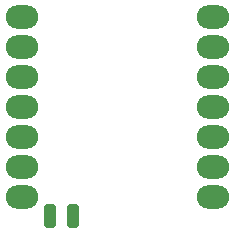
<source format=gbr>
%TF.GenerationSoftware,KiCad,Pcbnew,7.0.9*%
%TF.CreationDate,2023-12-20T22:05:47+01:00*%
%TF.ProjectId,powermeter,706f7765-726d-4657-9465-722e6b696361,rev?*%
%TF.SameCoordinates,Original*%
%TF.FileFunction,Paste,Bot*%
%TF.FilePolarity,Positive*%
%FSLAX46Y46*%
G04 Gerber Fmt 4.6, Leading zero omitted, Abs format (unit mm)*
G04 Created by KiCad (PCBNEW 7.0.9) date 2023-12-20 22:05:47*
%MOMM*%
%LPD*%
G01*
G04 APERTURE LIST*
G04 Aperture macros list*
%AMRoundRect*
0 Rectangle with rounded corners*
0 $1 Rounding radius*
0 $2 $3 $4 $5 $6 $7 $8 $9 X,Y pos of 4 corners*
0 Add a 4 corners polygon primitive as box body*
4,1,4,$2,$3,$4,$5,$6,$7,$8,$9,$2,$3,0*
0 Add four circle primitives for the rounded corners*
1,1,$1+$1,$2,$3*
1,1,$1+$1,$4,$5*
1,1,$1+$1,$6,$7*
1,1,$1+$1,$8,$9*
0 Add four rect primitives between the rounded corners*
20,1,$1+$1,$2,$3,$4,$5,0*
20,1,$1+$1,$4,$5,$6,$7,0*
20,1,$1+$1,$6,$7,$8,$9,0*
20,1,$1+$1,$8,$9,$2,$3,0*%
G04 Aperture macros list end*
%ADD10RoundRect,1.000000X0.375000X0.000000X-0.375000X0.000000X-0.375000X0.000000X0.375000X0.000000X0*%
%ADD11RoundRect,0.254000X0.254000X-0.762000X0.254000X0.762000X-0.254000X0.762000X-0.254000X-0.762000X0*%
G04 APERTURE END LIST*
D10*
%TO.C,U1*%
X68741000Y-43799250D03*
X68741000Y-46339250D03*
X68741000Y-48879250D03*
X68741000Y-51419250D03*
X68741000Y-53959250D03*
X68741000Y-56499250D03*
X68741000Y-59039250D03*
X52576000Y-59039250D03*
X52576000Y-56499250D03*
X52576000Y-53959250D03*
X52576000Y-51419250D03*
X52576000Y-48879250D03*
X52576000Y-46339250D03*
X52576000Y-43799250D03*
D11*
X56876000Y-60649250D03*
X54971000Y-60649250D03*
%TD*%
M02*

</source>
